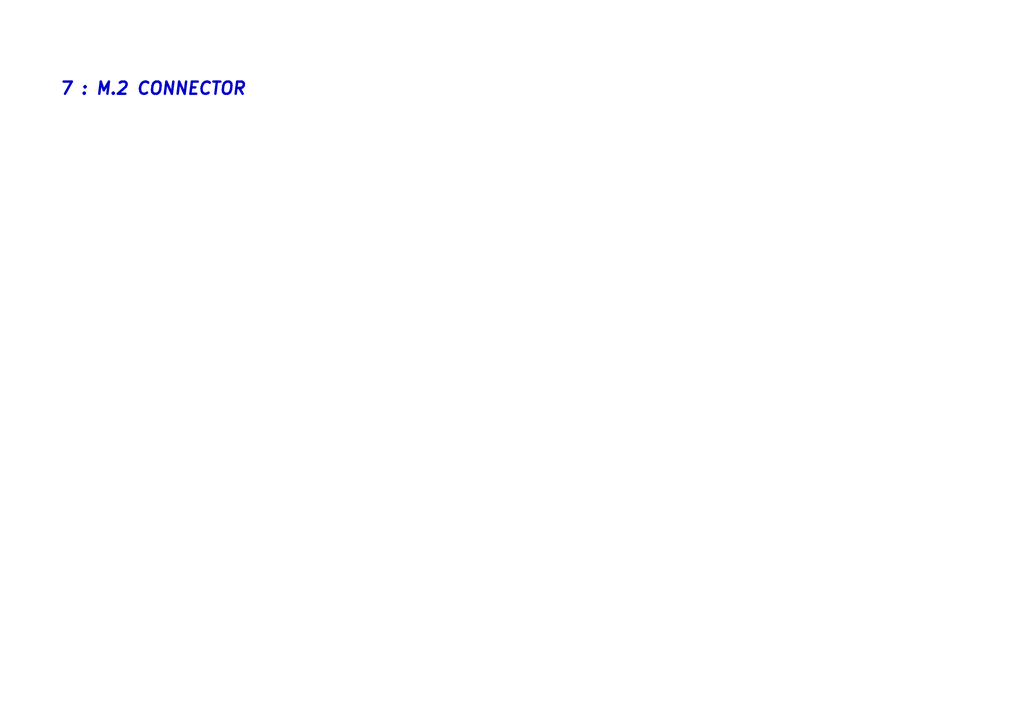
<source format=kicad_sch>
(kicad_sch (version 20211123) (generator eeschema)
  (paper "A3")
  (title_block (title "MIMXRT1064 MCU Module") (date "2023-05-23") (rev "0") (company "Joël Ucedo"))
  (lib_symbols)
  (text "7 : M.2 CONNECTOR" (at 24.13 39.37 0) (effects (font (size 5 5) bold italic) (justify left bottom)))
)
</source>
